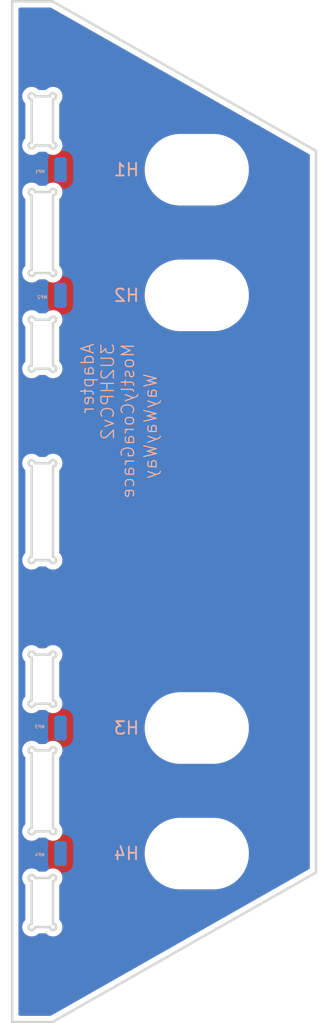
<source format=kicad_pcb>
(kicad_pcb (version 20241229) (generator "pcbnew") (generator_version "9.0")
  (layers (0 "F.Cu" signal) (2 "B.Cu" signal) (13 "F.Paste" user) (15 "B.Paste" user) (5 "F.SilkS" user "F.Silkscreen") (7 "B.SilkS" user "B.Silkscreen") (1 "F.Mask" user) (3 "B.Mask" user) (25 "Edge.Cuts" user))
  (net 0 "")
  (footprint "EXC:MountingHole_5.2mm_M5" (layer "F.Cu") (at 13.1 93.9)
    (property "Reference" "H4" (at -4.5 0 0) (layer "B.SilkS") (effects (justify left mirror)))
    (property "Value" "Eurorack_M5_MountingHole")
    (pad "" np_thru_hole oval (at 0 0) (size 7.8 5.2) (drill oval 7.8 5.2) (layers "*.Cu" "*.Mask"))
  )
  (footprint "EXC:MountingHole_5.2mm_M5" (layer "F.Cu") (at 13.1 83.9)
    (property "Reference" "H3" (at -4.5 0 0) (layer "B.SilkS") (effects (justify left mirror)))
    (property "Value" "Eurorack_M5_MountingHole")
    (pad "" np_thru_hole oval (at 0 0) (size 7.8 5.2) (drill oval 7.8 5.2) (layers "*.Cu" "*.Mask"))
  )
  (footprint "EXC:MountingHole_5.2mm_M5" (layer "F.Cu") (at 13.1 39.45)
    (property "Reference" "H1" (at -4.5 0 0) (layer "B.SilkS") (effects (justify left mirror)))
    (property "Value" "Eurorack_M5_MountingHole")
    (pad "" np_thru_hole oval (at 0 0) (size 7.8 5.2) (drill oval 7.8 5.2) (layers "*.Cu" "*.Mask"))
  )
  (footprint "EXC:MountingHole_5.2mm_M5" (layer "F.Cu") (at 13.1 49.45)
    (property "Reference" "H2" (at -4.5 0 0) (layer "B.SilkS") (effects (justify left mirror)))
    (property "Value" "Eurorack_M5_MountingHole")
    (pad "" np_thru_hole oval (at 0 0) (size 7.8 5.2) (drill oval 7.8 5.2) (layers "*.Cu" "*.Mask"))
  )
  (footprint "EXC:SolderWirePad_1x01_SMD_1x2mm" (layer "B.Cu") (at 2.25 49.45 180)
    (property "Reference" "MP2" (at 1.45 -0.15 0) (layer "B.SilkS") (effects (font (size 0.25 0.25) (thickness 0.05) (bold yes)) (justify mirror)))
    (property "Value" "Mechanical_Pad_Solder_Linkage")
    (pad "1" smd roundrect (at 0 0 180) (size 1 2) (layers "B.Cu" "B.Mask" "B.Paste"))
  )
  (footprint "EXC:SolderWirePad_1x01_SMD_1x2mm" (layer "B.Cu") (at 2.25 39.45 180)
    (property "Reference" "MP1" (at 1.65 -0.15 0) (layer "B.SilkS") (effects (font (size 0.25 0.25) (thickness 0.05) (bold yes)) (justify mirror)))
    (property "Value" "Mechanical_Pad_Solder_Linkage")
    (pad "1" smd roundrect (at 0 0 180) (size 1 2) (layers "B.Cu" "B.Mask" "B.Paste"))
  )
  (footprint "EXC:SolderWirePad_1x01_SMD_1x2mm" (layer "B.Cu") (at 2.25 83.9 180)
    (property "Reference" "MP3" (at 1.65 0.1 0) (layer "B.SilkS") (effects (font (size 0.25 0.25) (thickness 0.05) (bold yes)) (justify mirror)))
    (property "Value" "Mechanical_Pad_Solder_Linkage")
    (pad "1" smd roundrect (at 0 0 180) (size 1 2) (layers "B.Cu" "B.Mask" "B.Paste"))
  )
  (footprint "EXC:SolderWirePad_1x01_SMD_1x2mm" (layer "B.Cu") (at 2.25 93.9 180)
    (property "Reference" "MP4" (at 1.65 -0.1 0) (layer "B.SilkS") (effects (font (size 0.25 0.25) (thickness 0.05) (bold yes)) (justify mirror)))
    (property "Value" "Mechanical_Pad_Solder_Linkage")
    (pad "1" smd roundrect (at 0 0 180) (size 1 2) (layers "B.Cu" "B.Mask" "B.Paste"))
  )
  (gr_arc (start 1.65 99.495) (mid 1.826777 99.921777) (end 1.4 99.745) (stroke (width 0.2)) (layer "Edge.Cuts"))
  (gr_line (start -0.05 96.0851) (end -0.05 99.495) (stroke (width 0.2)) (layer "Edge.Cuts"))
  (gr_arc (start 1.4 62.815) (mid 1.826777 62.638223) (end 1.65 63.065) (stroke (width 0.2)) (layer "Edge.Cuts"))
  (gr_line (start 0.2 85.675) (end 1.4 85.675) (stroke (width 0.2)) (layer "Edge.Cuts"))
  (gr_line (start -0.05 51.635) (end -0.05 55.045) (stroke (width 0.2)) (layer "Edge.Cuts"))
  (gr_arc (start 0.2 92.125) (mid -0.226777 92.301777) (end -0.05 91.875) (stroke (width 0.2)) (layer "Edge.Cuts"))
  (gr_line (start 1.6 107.315) (end 22.6 95.4) (stroke (width 0.2)) (layer "Edge.Cuts"))
  (gr_arc (start -0.05 85.925) (mid -0.226777 85.498223) (end 0.2 85.675) (stroke (width 0.2)) (layer "Edge.Cuts"))
  (gr_arc (start 0.2 47.675) (mid -0.226777 47.851777) (end -0.05 47.425) (stroke (width 0.2)) (layer "Edge.Cuts"))
  (gr_arc (start 1.4 51.385) (mid 1.826777 51.208223) (end 1.65 51.635) (stroke (width 0.2)) (layer "Edge.Cuts"))
  (gr_arc (start 0.2 81.965) (mid -0.226777 82.141777) (end -0.05 81.715) (stroke (width 0.2)) (layer "Edge.Cuts"))
  (gr_arc (start 0.2 37.515) (mid -0.226777 37.691777) (end -0.05 37.265) (stroke (width 0.2)) (layer "Edge.Cuts"))
  (gr_line (start -1.6 26.035) (end 1.6 26.035) (stroke (width 0.2)) (layer "Edge.Cuts"))
  (gr_arc (start -0.05 51.635) (mid -0.226777 51.208223) (end 0.2 51.385) (stroke (width 0.2)) (layer "Edge.Cuts"))
  (gr_line (start 1.65 33.855) (end 1.65 37.265) (stroke (width 0.2)) (layer "Edge.Cuts"))
  (gr_arc (start 1.4 85.675) (mid 1.826777 85.498223) (end 1.65 85.925) (stroke (width 0.2)) (layer "Edge.Cuts"))
  (gr_line (start 0.2 47.675) (end 1.4 47.675) (stroke (width 0.2)) (layer "Edge.Cuts"))
  (gr_arc (start -0.05 96.0851) (mid -0.226777 95.658323) (end 0.2 95.8351) (stroke (width 0.2)) (layer "Edge.Cuts"))
  (gr_line (start 1.65 41.475) (end 1.65 47.425) (stroke (width 0.2)) (layer "Edge.Cuts"))
  (gr_line (start -1.6 107.315) (end -1.6 26.035) (stroke (width 0.2)) (layer "Edge.Cuts"))
  (gr_line (start -0.05 33.855) (end -0.05 37.265) (stroke (width 0.2)) (layer "Edge.Cuts"))
  (gr_line (start 1.65 96.0851) (end 1.65 99.495) (stroke (width 0.2)) (layer "Edge.Cuts"))
  (gr_line (start 0.2 55.295) (end 1.4 55.295) (stroke (width 0.2)) (layer "Edge.Cuts"))
  (gr_arc (start 1.4 33.605) (mid 1.826777 33.428223) (end 1.65 33.855) (stroke (width 0.2)) (layer "Edge.Cuts"))
  (gr_line (start 0.2 95.8351) (end 1.4 95.8351) (stroke (width 0.2)) (layer "Edge.Cuts"))
  (gr_line (start 1.65 63.065) (end 1.65 70.285) (stroke (width 0.2)) (layer "Edge.Cuts"))
  (gr_line (start 0.2 70.535) (end 1.4 70.535) (stroke (width 0.2)) (layer "Edge.Cuts"))
  (gr_line (start 1.6 107.315) (end -1.6 107.315) (stroke (width 0.2)) (layer "Edge.Cuts"))
  (gr_line (start -0.05 41.475) (end -0.05 47.425) (stroke (width 0.2)) (layer "Edge.Cuts"))
  (gr_arc (start 1.65 47.425) (mid 1.826777 47.851777) (end 1.4 47.675) (stroke (width 0.2)) (layer "Edge.Cuts"))
  (gr_arc (start -0.05 33.855) (mid -0.226777 33.428223) (end 0.2 33.605) (stroke (width 0.2)) (layer "Edge.Cuts"))
  (gr_line (start 0.2 51.385) (end 1.4 51.385) (stroke (width 0.2)) (layer "Edge.Cuts"))
  (gr_line (start 0.2 81.965) (end 1.4 81.965) (stroke (width 0.2)) (layer "Edge.Cuts"))
  (gr_line (start 1.65 85.925) (end 1.65 91.875) (stroke (width 0.2)) (layer "Edge.Cuts"))
  (gr_line (start 0.2 41.225) (end 1.4 41.225) (stroke (width 0.2)) (layer "Edge.Cuts"))
  (gr_arc (start 0.2 99.745) (mid -0.226777 99.921777) (end -0.05 99.495) (stroke (width 0.2)) (layer "Edge.Cuts"))
  (gr_line (start 0.2 99.745) (end 1.4 99.745) (stroke (width 0.2)) (layer "Edge.Cuts"))
  (gr_arc (start 1.65 91.875) (mid 1.826777 92.301777) (end 1.4 92.125) (stroke (width 0.2)) (layer "Edge.Cuts"))
  (gr_arc (start 1.4 78.055) (mid 1.826777 77.878223) (end 1.65 78.305) (stroke (width 0.2)) (layer "Edge.Cuts"))
  (gr_line (start -0.05 78.305) (end -0.05 81.715) (stroke (width 0.2)) (layer "Edge.Cuts"))
  (gr_line (start 1.65 51.635) (end 1.65 55.045) (stroke (width 0.2)) (layer "Edge.Cuts"))
  (gr_arc (start 0.2 70.535) (mid -0.226777 70.711777) (end -0.05 70.285) (stroke (width 0.2)) (layer "Edge.Cuts"))
  (gr_arc (start 1.65 81.715) (mid 1.826777 82.141777) (end 1.4 81.965) (stroke (width 0.2)) (layer "Edge.Cuts"))
  (gr_arc (start 1.65 55.045) (mid 1.826777 55.471777) (end 1.4 55.295) (stroke (width 0.2)) (layer "Edge.Cuts"))
  (gr_arc (start -0.05 63.065) (mid -0.226777 62.638223) (end 0.2 62.815) (stroke (width 0.2)) (layer "Edge.Cuts"))
  (gr_line (start 0.2 33.605) (end 1.4 33.605) (stroke (width 0.2)) (layer "Edge.Cuts"))
  (gr_line (start 1.6 26.035) (end 22.6 37.95) (stroke (width 0.2)) (layer "Edge.Cuts"))
  (gr_arc (start -0.05 41.475) (mid -0.226777 41.048223) (end 0.2 41.225) (stroke (width 0.2)) (layer "Edge.Cuts"))
  (gr_arc (start 1.4 41.225) (mid 1.826777 41.048223) (end 1.65 41.475) (stroke (width 0.2)) (layer "Edge.Cuts"))
  (gr_arc (start 0.2 55.295) (mid -0.226777 55.471777) (end -0.05 55.045) (stroke (width 0.2)) (layer "Edge.Cuts"))
  (gr_line (start 0.2 62.815) (end 1.4 62.815) (stroke (width 0.2)) (layer "Edge.Cuts"))
  (gr_line (start 0.2 37.515) (end 1.4 37.515) (stroke (width 0.2)) (layer "Edge.Cuts"))
  (gr_line (start 0.2 78.055) (end 1.4 78.055) (stroke (width 0.2)) (layer "Edge.Cuts"))
  (gr_line (start 22.6 37.95) (end 22.6 95.4) (stroke (width 0.2)) (layer "Edge.Cuts"))
  (gr_arc (start -0.05 78.305) (mid -0.226777 77.878223) (end 0.2 78.055) (stroke (width 0.2)) (layer "Edge.Cuts"))
  (gr_line (start -0.05 63.065) (end -0.05 70.285) (stroke (width 0.2)) (layer "Edge.Cuts"))
  (gr_arc (start 1.4 95.8351) (mid 1.826777 95.658323) (end 1.65 96.0851) (stroke (width 0.2)) (layer "Edge.Cuts"))
  (gr_line (start 1.65 78.305) (end 1.65 81.715) (stroke (width 0.2)) (layer "Edge.Cuts"))
  (gr_arc (start 1.65 70.285) (mid 1.826777 70.711777) (end 1.4 70.535) (stroke (width 0.2)) (layer "Edge.Cuts"))
  (gr_arc (start 1.65 37.265) (mid 1.826777 37.691777) (end 1.4 37.515) (stroke (width 0.2)) (layer "Edge.Cuts"))
  (gr_line (start 0.2 92.125) (end 1.4 92.125) (stroke (width 0.2)) (layer "Edge.Cuts"))
  (gr_line (start -0.05 85.925) (end -0.05 91.875) (stroke (width 0.2)) (layer "Edge.Cuts"))
  (gr_text "WayWayWay" (at 10 55.6 90) (layer "B.SilkS") (effects (font (size 1 1) (thickness 0.1)) (justify left bottom mirror)))
  (gr_text "Adapter\n3U2HPCv2\nMostlyCoraGrace" (at 8.2 53.2 90) (layer "B.SilkS") (effects (font (size 1 1) (thickness 0.1)) (justify left bottom mirror)))
  (zone (net 0) (net_name "") (layers "F.Cu" "B.Cu") (connect_pads (clearance 0.5)) (min_thickness 0.25) (fill yes (thermal_gap 0.5) (thermal_bridge_width 0.5) (island_removal_mode 1) (island_area_min 10))
    (polygon (pts (xy -1.6 26.035) (xy 1.6 26.035) (xy 22.6 37.95) (xy 22.6 95.4) (xy 1.6 107.315) (xy -1.6 107.315)))
  )
)
</source>
